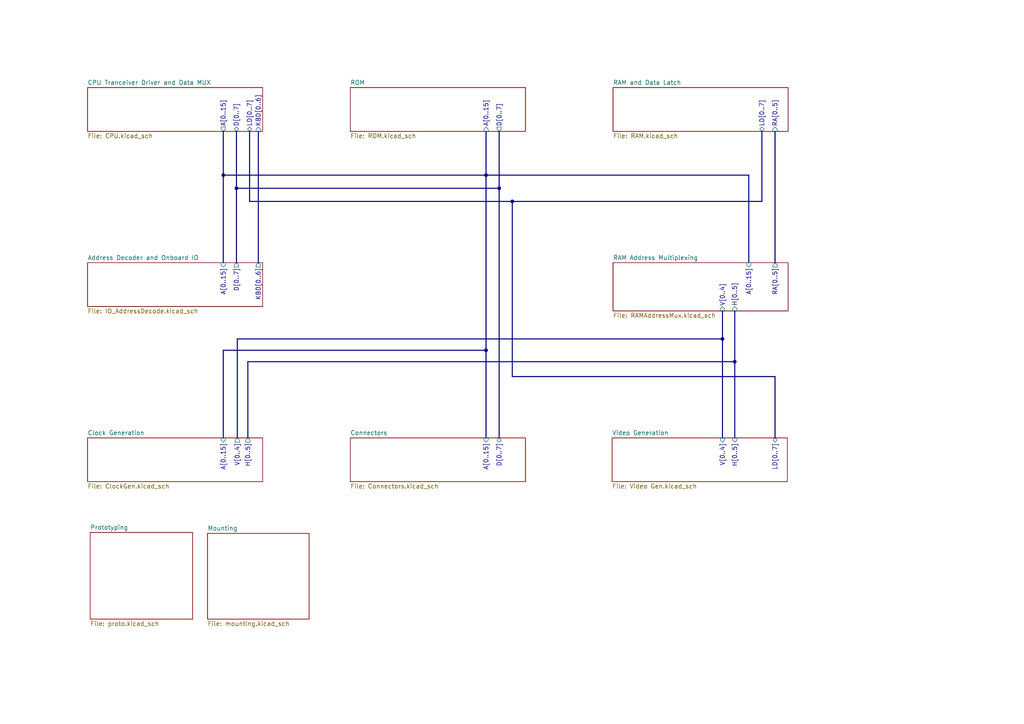
<source format=kicad_sch>
(kicad_sch (version 20230121) (generator eeschema)
  (paper "A4")
  (title_block (title "Apple II Schematic") (rev "0") (comment 1 "Captured from the Apple II Reference Manual (1979)"))
  (lib_symbols)
  (junction (at 148.59 58.42))
  (junction (at 144.78 54.61))
  (junction (at 213.106 104.902))
  (junction (at 68.58 54.61))
  (junction (at 64.77 50.8))
  (junction (at 209.55 98.298))
  (junction (at 140.97 50.8))
  (junction (at 140.97 101.6))
  (bus (pts (xy 74.93 38.1) (xy 74.93 76.2)))
  (bus (pts (xy 71.882 104.902) (xy 213.106 104.902)))
  (bus (pts (xy 148.59 58.42) (xy 148.59 109.22)))
  (bus (pts (xy 217.17 76.2) (xy 217.17 50.8)))
  (bus (pts (xy 64.77 101.6) (xy 140.97 101.6)))
  (bus (pts (xy 68.58 54.61) (xy 68.58 76.2)))
  (bus (pts (xy 224.79 109.22) (xy 224.79 127)))
  (bus (pts (xy 224.79 38.1) (xy 224.79 76.2)))
  (bus (pts (xy 64.77 50.8) (xy 64.77 76.2)))
  (bus (pts (xy 144.78 54.61) (xy 144.78 127)))
  (bus (pts (xy 64.77 127) (xy 64.77 101.6)))
  (bus (pts (xy 64.77 38.1) (xy 64.77 50.8)))
  (bus (pts (xy 144.78 54.61) (xy 144.78 38.1)))
  (bus (pts (xy 148.59 58.42) (xy 220.98 58.42)))
  (bus (pts (xy 72.39 38.1) (xy 72.39 58.42)))
  (bus (pts (xy 209.55 90.17) (xy 209.55 98.298)))
  (bus (pts (xy 140.97 50.8) (xy 140.97 101.6)))
  (bus (pts (xy 68.834 98.298) (xy 209.55 98.298)))
  (bus (pts (xy 140.97 101.6) (xy 140.97 127)))
  (bus (pts (xy 68.834 127) (xy 68.834 98.298)))
  (bus (pts (xy 72.39 58.42) (xy 148.59 58.42)))
  (bus (pts (xy 64.77 50.8) (xy 140.97 50.8)))
  (bus (pts (xy 213.106 104.902) (xy 213.106 90.17)))
  (bus (pts (xy 148.59 109.22) (xy 224.79 109.22)))
  (bus (pts (xy 68.58 38.1) (xy 68.58 54.61)))
  (bus (pts (xy 71.882 127) (xy 71.882 104.902)))
  (bus (pts (xy 209.55 98.298) (xy 209.55 127)))
  (bus (pts (xy 140.97 50.8) (xy 140.97 38.1)))
  (bus (pts (xy 213.106 104.902) (xy 213.106 127)))
  (bus (pts (xy 140.97 50.8) (xy 217.17 50.8)))
  (bus (pts (xy 220.98 58.42) (xy 220.98 38.1)))
  (bus (pts (xy 68.58 54.61) (xy 144.78 54.61)))
  (sheet (at 25.4 25.4) (size 50.8 12.7)
    (property "Sheetname" "CPU Tranceiver Driver and Data MUX" (at 25.4 24.6884 0) (effects (justify left bottom)))
    (property "Sheetfile" "CPU.kicad_sch" (at 25.4 38.6846 0) (effects (justify left top)))
    (pin "A[0..15]" output (at 64.77 38.1 270))
    (pin "D[0..7]" bidirectional (at 68.58 38.1 270))
    (pin "LD[0..7]" bidirectional (at 72.39 38.1 270))
    (pin "KBD[0..6]" input (at 74.93 38.1 270))
  )
  (sheet (at 25.4 127) (size 50.8 12.7)
    (property "Sheetname" "Clock Generation" (at 25.4 126.2884 0) (effects (justify left bottom)))
    (property "Sheetfile" "ClockGen.kicad_sch" (at 25.4 140.2846 0) (effects (justify left top)))
    (pin "A[0..15]" input (at 64.77 127 90))
    (pin "V[0..4]" output (at 68.834 127 90))
    (pin "H[0..5]" output (at 71.882 127 90))
  )
  (sheet (at 25.4 76.2) (size 50.8 12.7)
    (property "Sheetname" "Address Decoder and Onboard IO" (at 25.4 75.4884 0) (effects (justify left bottom)))
    (property "Sheetfile" "IO_AddressDecode.kicad_sch" (at 25.4 89.4846 0) (effects (justify left top)))
    (pin "A[0..15]" input (at 64.77 76.2 90))
    (pin "D[0..7]" output (at 68.58 76.2 90))
    (pin "KBD[0..6]" output (at 74.93 76.2 90))
  )
  (sheet (at 177.8 76.2) (size 50.8 13.97)
    (property "Sheetname" "RAM Address Multiplexing" (at 177.8 75.4884 0) (effects (justify left bottom)))
    (property "Sheetfile" "RAMAddressMux.kicad_sch" (at 177.8 90.7546 0) (effects (justify left top)))
    (pin "A[0..15]" input (at 217.17 76.2 90))
    (pin "RA[0..5]" output (at 224.79 76.2 90))
    (pin "V[0..4]" input (at 209.55 90.17 270))
    (pin "H[0..5]" input (at 213.106 90.17 270))
  )
  (sheet (at 101.6 25.4) (size 50.8 12.7)
    (property "Sheetname" "ROM" (at 101.6 24.6884 0) (effects (justify left bottom)))
    (property "Sheetfile" "ROM.kicad_sch" (at 101.6 38.6846 0) (effects (justify left top)))
    (pin "A[0..15]" input (at 140.97 38.1 270))
    (pin "D[0..7]" output (at 144.78 38.1 270))
  )
  (sheet (at 177.8 25.4) (size 50.8 12.7)
    (property "Sheetname" "RAM and Data Latch" (at 177.8 24.6884 0) (effects (justify left bottom)))
    (property "Sheetfile" "RAM.kicad_sch" (at 177.8 38.6846 0) (effects (justify left top)))
    (pin "LD[0..7]" bidirectional (at 220.98 38.1 270))
    (pin "RA[0..5]" input (at 224.79 38.1 270))
  )
  (sheet (at 101.6 127) (size 50.8 12.7)
    (property "Sheetname" "Connectors" (at 101.6 126.2884 0) (effects (justify left bottom)))
    (property "Sheetfile" "Connectors.kicad_sch" (at 101.6 140.2846 0) (effects (justify left top)))
    (pin "A[0..15]" input (at 140.97 127 90))
    (pin "D[0..7]" bidirectional (at 144.78 127 90))
  )
  (sheet (at 177.546 127) (size 50.8 12.7)
    (property "Sheetname" "Video Generation" (at 177.546 126.2884 0) (effects (justify left bottom)))
    (property "Sheetfile" "Video Gen.kicad_sch" (at 177.546 140.2846 0) (effects (justify left top)))
    (pin "LD[0..7]" bidirectional (at 224.79 127 90))
    (pin "H[0..5]" input (at 213.106 127 90))
    (pin "V[0..4]" input (at 209.55 127 90))
  )
  (sheet (at 60.198 154.686) (size 29.464 24.892) (stroke (width 0.1524))
    (property "Sheetname" "Mounting" (at 60.198 153.9744 0) (effects (justify left bottom)))
    (property "Sheetfile" "mounting.kicad_sch" (at 60.198 180.1626 0) (effects (justify left top)))
  )
  (sheet (at 26.162 154.432) (size 29.718 25.146) (stroke (width 0.1524))
    (property "Sheetname" "Prototyping" (at 26.162 153.7204 0) (effects (justify left bottom)))
    (property "Sheetfile" "proto.kicad_sch" (at 26.162 180.1626 0) (effects (justify left top)))
  )
)
</source>
